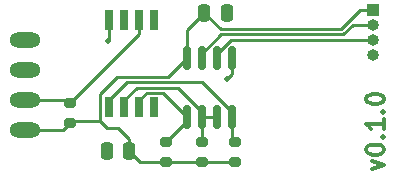
<source format=gbr>
%TF.GenerationSoftware,KiCad,Pcbnew,(6.0.0)*%
%TF.CreationDate,2021-12-30T22:07:06+00:00*%
%TF.ProjectId,DHT22,44485432-322e-46b6-9963-61645f706362,rev?*%
%TF.SameCoordinates,Original*%
%TF.FileFunction,Copper,L1,Top*%
%TF.FilePolarity,Positive*%
%FSLAX46Y46*%
G04 Gerber Fmt 4.6, Leading zero omitted, Abs format (unit mm)*
G04 Created by KiCad (PCBNEW (6.0.0)) date 2021-12-30 22:07:06*
%MOMM*%
%LPD*%
G01*
G04 APERTURE LIST*
G04 Aperture macros list*
%AMRoundRect*
0 Rectangle with rounded corners*
0 $1 Rounding radius*
0 $2 $3 $4 $5 $6 $7 $8 $9 X,Y pos of 4 corners*
0 Add a 4 corners polygon primitive as box body*
4,1,4,$2,$3,$4,$5,$6,$7,$8,$9,$2,$3,0*
0 Add four circle primitives for the rounded corners*
1,1,$1+$1,$2,$3*
1,1,$1+$1,$4,$5*
1,1,$1+$1,$6,$7*
1,1,$1+$1,$8,$9*
0 Add four rect primitives between the rounded corners*
20,1,$1+$1,$2,$3,$4,$5,0*
20,1,$1+$1,$4,$5,$6,$7,0*
20,1,$1+$1,$6,$7,$8,$9,0*
20,1,$1+$1,$8,$9,$2,$3,0*%
G04 Aperture macros list end*
%ADD10C,0.300000*%
%TA.AperFunction,NonConductor*%
%ADD11C,0.300000*%
%TD*%
%TA.AperFunction,ComponentPad*%
%ADD12O,2.616000X1.308000*%
%TD*%
%TA.AperFunction,SMDPad,CuDef*%
%ADD13RoundRect,0.200000X0.275000X-0.200000X0.275000X0.200000X-0.275000X0.200000X-0.275000X-0.200000X0*%
%TD*%
%TA.AperFunction,SMDPad,CuDef*%
%ADD14RoundRect,0.250000X0.250000X0.475000X-0.250000X0.475000X-0.250000X-0.475000X0.250000X-0.475000X0*%
%TD*%
%TA.AperFunction,SMDPad,CuDef*%
%ADD15R,0.650000X1.700000*%
%TD*%
%TA.AperFunction,ComponentPad*%
%ADD16R,1.000000X1.000000*%
%TD*%
%TA.AperFunction,ComponentPad*%
%ADD17O,1.000000X1.000000*%
%TD*%
%TA.AperFunction,SMDPad,CuDef*%
%ADD18RoundRect,0.250000X-0.250000X-0.475000X0.250000X-0.475000X0.250000X0.475000X-0.250000X0.475000X0*%
%TD*%
%TA.AperFunction,SMDPad,CuDef*%
%ADD19RoundRect,0.150000X0.150000X-0.825000X0.150000X0.825000X-0.150000X0.825000X-0.150000X-0.825000X0*%
%TD*%
%TA.AperFunction,ViaPad*%
%ADD20C,0.508000*%
%TD*%
%TA.AperFunction,Conductor*%
%ADD21C,0.250000*%
%TD*%
G04 APERTURE END LIST*
D10*
D11*
X132012571Y-99861285D02*
X133012571Y-99504142D01*
X132012571Y-99147000D01*
X131512571Y-98289857D02*
X131512571Y-98147000D01*
X131584000Y-98004142D01*
X131655428Y-97932714D01*
X131798285Y-97861285D01*
X132084000Y-97789857D01*
X132441142Y-97789857D01*
X132726857Y-97861285D01*
X132869714Y-97932714D01*
X132941142Y-98004142D01*
X133012571Y-98147000D01*
X133012571Y-98289857D01*
X132941142Y-98432714D01*
X132869714Y-98504142D01*
X132726857Y-98575571D01*
X132441142Y-98647000D01*
X132084000Y-98647000D01*
X131798285Y-98575571D01*
X131655428Y-98504142D01*
X131584000Y-98432714D01*
X131512571Y-98289857D01*
X132869714Y-97147000D02*
X132941142Y-97075571D01*
X133012571Y-97147000D01*
X132941142Y-97218428D01*
X132869714Y-97147000D01*
X133012571Y-97147000D01*
X133012571Y-95647000D02*
X133012571Y-96504142D01*
X133012571Y-96075571D02*
X131512571Y-96075571D01*
X131726857Y-96218428D01*
X131869714Y-96361285D01*
X131941142Y-96504142D01*
X132869714Y-95004142D02*
X132941142Y-94932714D01*
X133012571Y-95004142D01*
X132941142Y-95075571D01*
X132869714Y-95004142D01*
X133012571Y-95004142D01*
X131512571Y-94004142D02*
X131512571Y-93861285D01*
X131584000Y-93718428D01*
X131655428Y-93647000D01*
X131798285Y-93575571D01*
X132084000Y-93504142D01*
X132441142Y-93504142D01*
X132726857Y-93575571D01*
X132869714Y-93647000D01*
X132941142Y-93718428D01*
X133012571Y-93861285D01*
X133012571Y-94004142D01*
X132941142Y-94147000D01*
X132869714Y-94218428D01*
X132726857Y-94289857D01*
X132441142Y-94361285D01*
X132084000Y-94361285D01*
X131798285Y-94289857D01*
X131655428Y-94218428D01*
X131584000Y-94147000D01*
X131512571Y-94004142D01*
D12*
%TO.P,U3,VDD,VDD*%
%TO.N,VCC*%
X102616000Y-96520000D03*
%TO.P,U3,DATA,DATA*%
%TO.N,Net-(U1-Pad2)*%
X102616000Y-93980000D03*
%TO.P,U3,NC,NULL*%
%TO.N,unconnected-(U3-PadNC)*%
X102616000Y-91440000D03*
%TO.P,U3,GND,GND*%
%TO.N,GND*%
X102616000Y-88900000D03*
%TD*%
D13*
%TO.P,R4,1*%
%TO.N,VCC*%
X106426000Y-95948000D03*
%TO.P,R4,2*%
%TO.N,Net-(U1-Pad2)*%
X106426000Y-94298000D03*
%TD*%
D14*
%TO.P,C2,1*%
%TO.N,VCC*%
X111440000Y-98298000D03*
%TO.P,C2,2*%
%TO.N,GND*%
X109540000Y-98298000D03*
%TD*%
D15*
%TO.P,U1,1,~{RESET}/PB5*%
%TO.N,unconnected-(U1-Pad1)*%
X113538000Y-87282000D03*
%TO.P,U1,2,XTAL1/PB3*%
%TO.N,Net-(U1-Pad2)*%
X112268000Y-87282000D03*
%TO.P,U1,3,XTAL2/PB4*%
%TO.N,unconnected-(U1-Pad3)*%
X110998000Y-87282000D03*
%TO.P,U1,4,GND*%
%TO.N,GND*%
X109728000Y-87282000D03*
%TO.P,U1,5,AREF/PB0*%
%TO.N,Net-(R1-Pad2)*%
X109728000Y-94582000D03*
%TO.P,U1,6,PB1*%
%TO.N,Net-(R3-Pad2)*%
X110998000Y-94582000D03*
%TO.P,U1,7,PB2*%
%TO.N,Net-(R2-Pad2)*%
X112268000Y-94582000D03*
%TO.P,U1,8,VCC*%
%TO.N,VCC*%
X113538000Y-94582000D03*
%TD*%
D13*
%TO.P,R1,1*%
%TO.N,VCC*%
X120396000Y-99250000D03*
%TO.P,R1,2*%
%TO.N,Net-(R1-Pad2)*%
X120396000Y-97600000D03*
%TD*%
D16*
%TO.P,J2,1,Pin_1*%
%TO.N,VCC*%
X132080000Y-86360000D03*
D17*
%TO.P,J2,2,Pin_2*%
%TO.N,/B*%
X132080000Y-87630000D03*
%TO.P,J2,3,Pin_3*%
%TO.N,/A*%
X132080000Y-88900000D03*
%TO.P,J2,4,Pin_4*%
%TO.N,GND*%
X132080000Y-90170000D03*
%TD*%
D18*
%TO.P,C1,1*%
%TO.N,VCC*%
X117795000Y-86614000D03*
%TO.P,C1,2*%
%TO.N,GND*%
X119695000Y-86614000D03*
%TD*%
D19*
%TO.P,U2,1,RO*%
%TO.N,Net-(R2-Pad2)*%
X116332000Y-95439000D03*
%TO.P,U2,2,~{RE}*%
%TO.N,Net-(R3-Pad2)*%
X117602000Y-95439000D03*
%TO.P,U2,3,DE*%
X118872000Y-95439000D03*
%TO.P,U2,4,DI*%
%TO.N,Net-(R1-Pad2)*%
X120142000Y-95439000D03*
%TO.P,U2,5,GND*%
%TO.N,GND*%
X120142000Y-90489000D03*
%TO.P,U2,6,A*%
%TO.N,/A*%
X118872000Y-90489000D03*
%TO.P,U2,7,B*%
%TO.N,/B*%
X117602000Y-90489000D03*
%TO.P,U2,8,VCC*%
%TO.N,VCC*%
X116332000Y-90489000D03*
%TD*%
D13*
%TO.P,R2,1*%
%TO.N,VCC*%
X114554000Y-99250000D03*
%TO.P,R2,2*%
%TO.N,Net-(R2-Pad2)*%
X114554000Y-97600000D03*
%TD*%
%TO.P,R3,2*%
%TO.N,Net-(R3-Pad2)*%
X117602000Y-97600000D03*
%TO.P,R3,1*%
%TO.N,VCC*%
X117602000Y-99250000D03*
%TD*%
D20*
%TO.N,GND*%
X109677200Y-89052400D03*
X119735600Y-86614000D03*
X119735600Y-92202000D03*
X109524800Y-98298000D03*
%TD*%
D21*
%TO.N,GND*%
X109728000Y-87282000D02*
X109728000Y-89001600D01*
X109728000Y-89001600D02*
X109677200Y-89052400D01*
X120142000Y-91795600D02*
X119735600Y-92202000D01*
X120142000Y-90489000D02*
X120142000Y-91795600D01*
%TO.N,VCC*%
X105854000Y-96520000D02*
X102616000Y-96520000D01*
%TO.N,Net-(U1-Pad2)*%
X106108000Y-93980000D02*
X102616000Y-93980000D01*
X106426000Y-94298000D02*
X106108000Y-93980000D01*
%TO.N,VCC*%
X119181960Y-88000960D02*
X117795000Y-86614000D01*
X129353802Y-88000960D02*
X119181960Y-88000960D01*
X130994763Y-86360000D02*
X129353802Y-88000960D01*
X132080000Y-86360000D02*
X130994763Y-86360000D01*
%TO.N,/B*%
X130360480Y-87630000D02*
X129540000Y-88450480D01*
X129540000Y-88450480D02*
X124460000Y-88450480D01*
X132080000Y-87630000D02*
X130360480Y-87630000D01*
%TO.N,/A*%
X120084928Y-88900000D02*
X132080000Y-88900000D01*
X118872000Y-90112928D02*
X120084928Y-88900000D01*
X118872000Y-90489000D02*
X118872000Y-90112928D01*
%TO.N,/B*%
X119264448Y-88450480D02*
X124460000Y-88450480D01*
X117602000Y-90112928D02*
X119264448Y-88450480D01*
X117602000Y-90489000D02*
X117602000Y-90112928D01*
%TO.N,VCC*%
X106616000Y-95758000D02*
X108966000Y-95758000D01*
X106426000Y-95948000D02*
X106616000Y-95758000D01*
X105854000Y-96520000D02*
X106426000Y-95948000D01*
%TO.N,Net-(U1-Pad2)*%
X112268000Y-88456000D02*
X106426000Y-94298000D01*
X112268000Y-87282000D02*
X112268000Y-88456000D01*
%TO.N,VCC*%
X111440000Y-97343000D02*
X111440000Y-98298000D01*
X110490000Y-96393000D02*
X111440000Y-97343000D01*
X109601000Y-96393000D02*
X110490000Y-96393000D01*
X108966000Y-95758000D02*
X109601000Y-96393000D01*
X108966000Y-93519978D02*
X108966000Y-95758000D01*
X110427049Y-92058929D02*
X108966000Y-93519978D01*
X114762071Y-92058929D02*
X110427049Y-92058929D01*
X116332000Y-90489000D02*
X114762071Y-92058929D01*
X113538000Y-94582000D02*
X113538000Y-95107000D01*
X113538000Y-95136022D02*
X113538000Y-94582000D01*
X116332000Y-88077000D02*
X116332000Y-90489000D01*
X117795000Y-86614000D02*
X116332000Y-88077000D01*
X112392000Y-99250000D02*
X111440000Y-98298000D01*
X114554000Y-99250000D02*
X112392000Y-99250000D01*
X114554000Y-99250000D02*
X117602000Y-99250000D01*
X120396000Y-99250000D02*
X117602000Y-99250000D01*
%TO.N,Net-(R1-Pad2)*%
X120142000Y-97346000D02*
X120396000Y-97600000D01*
X120142000Y-95439000D02*
X120142000Y-97346000D01*
%TO.N,Net-(R3-Pad2)*%
X117602000Y-95439000D02*
X117602000Y-97600000D01*
%TO.N,Net-(R2-Pad2)*%
X116332000Y-95822000D02*
X114554000Y-97600000D01*
X116332000Y-95439000D02*
X116332000Y-95822000D01*
%TO.N,Net-(R3-Pad2)*%
X118872000Y-95439000D02*
X117602000Y-95439000D01*
%TO.N,Net-(R1-Pad2)*%
X111276551Y-92508449D02*
X117587521Y-92508449D01*
X109728000Y-94057000D02*
X111276551Y-92508449D01*
X117587521Y-92508449D02*
X120142000Y-95062928D01*
X109728000Y-94582000D02*
X109728000Y-94057000D01*
X120142000Y-95062928D02*
X120142000Y-95439000D01*
%TO.N,Net-(R3-Pad2)*%
X117602000Y-94996000D02*
X117602000Y-95439000D01*
X115563969Y-92957969D02*
X117602000Y-94996000D01*
X112097031Y-92957969D02*
X115563969Y-92957969D01*
X110998000Y-94057000D02*
X112097031Y-92957969D01*
X110998000Y-94582000D02*
X110998000Y-94057000D01*
%TO.N,Net-(R2-Pad2)*%
X114300489Y-93407489D02*
X116332000Y-95439000D01*
X112917511Y-93407489D02*
X114300489Y-93407489D01*
X112268000Y-94057000D02*
X112917511Y-93407489D01*
X112268000Y-94582000D02*
X112268000Y-94057000D01*
%TD*%
M02*

</source>
